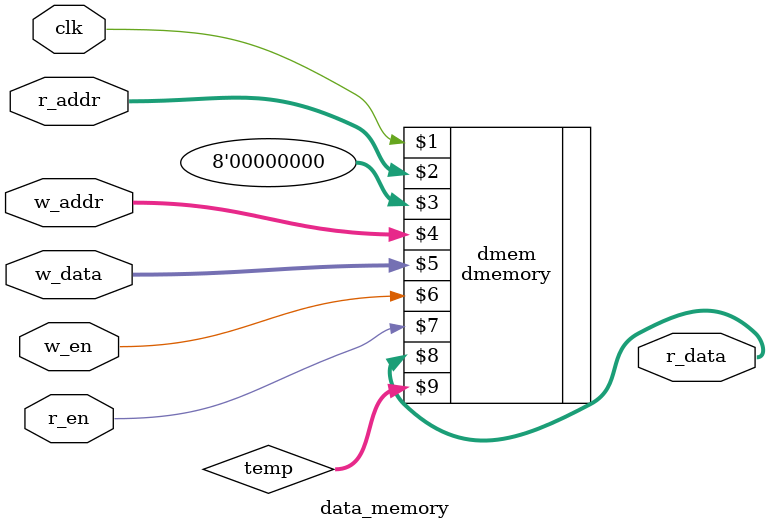
<source format=v>
`include "dmemory.v"

module data_memory
#(
    parameter B = 8,
    parameter N = 8
)
(
    input wire clk,
    input wire [N-1 : 0] r_addr,
    input wire [N-1 : 0] w_addr,
    input wire w_en,
    input wire r_en,
    input wire [4*B-1 : 0] w_data,
    output wire [4*B-1 : 0] r_data
);

wire[31:0] temp;

dmemory dmem(clk, r_addr, 8'b0, w_addr, w_data, w_en, r_en, r_data, temp);

// always @* begin
//     $display($time, "\t r_addr = %0d, w_addr = %0d, w_data = %0d, w_en = %b", r_addr,w_addr, w_data, w_en);
// end

endmodule
</source>
